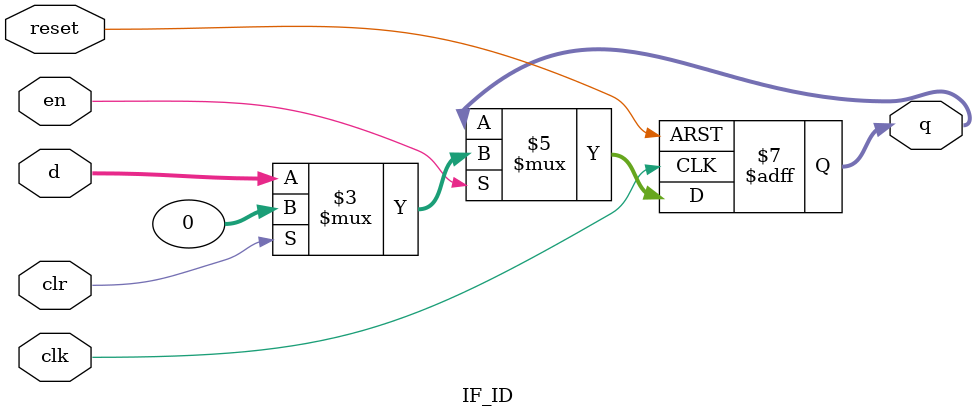
<source format=v>
module IF_ID #(parameter W = 32) (
    input clk,
    input reset,
    input en,
    input clr,
    input [W-1:0] d,
    output reg [W-1:0] q
);

    always @(posedge clk or posedge reset) begin
        if (reset) begin
          q <= {W{1'b0}};
        end else if (en) begin
          if (clr) q <= {W{1'b0}};
          else     q <= d;
        end
    end
endmodule

</source>
